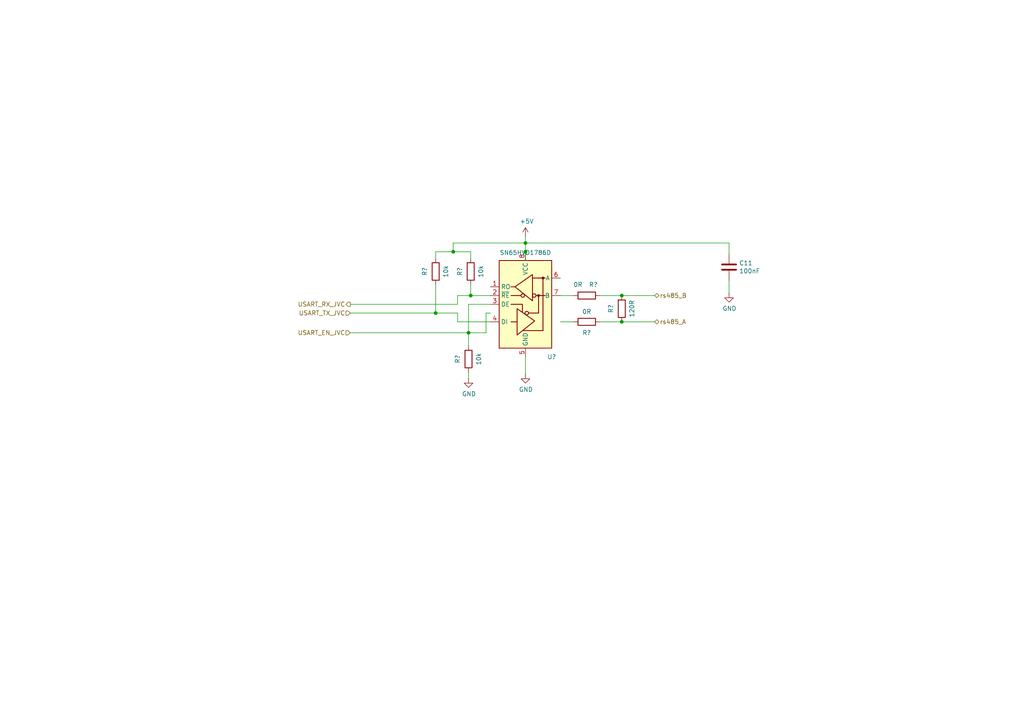
<source format=kicad_sch>
(kicad_sch (version 20250114) (generator "eeschema") (generator_version "9.0")
  (paper "A4")
  (title_block (title "Hido"))
  (lib_symbols
    (symbol "Device:C" (pin_numbers (hide yes)) (pin_names (offset 0.254))
      (property "Reference" "C" (at 0.635 2.54 0))
      (property "Value" "C" (at 0.635 -2.54 0))
      (symbol "C_0_1"
        (polyline (pts (xy -2.032 0.762) (xy 2.032 0.762)) (stroke (width 0.508)))
        (polyline (pts (xy -2.032 -0.762) (xy 2.032 -0.762)) (stroke (width 0.508)))
      )
      (symbol "C_1_1"
        (pin passive line (at 0 3.81 270) (length 2.794) (name "~") (number "1"))
        (pin passive line (at 0 -3.81 90) (length 2.794) (name "~") (number "2"))
      )
    )
    (symbol "Device:R" (pin_numbers (hide yes)) (pin_names (offset 0))
      (property "Reference" "R" (at 2.032 0 90))
      (property "Value" "R" (at 0 0 90))
      (symbol "R_0_1"
        (rectangle (start -1.016 -2.54) (end 1.016 2.54) (stroke (width 0.254)))
      )
      (symbol "R_1_1"
        (pin passive line (at 0 3.81 270) (length 1.27) (name "~") (number "1"))
        (pin passive line (at 0 -3.81 90) (length 1.27) (name "~") (number "2"))
      )
    )
    (symbol "Interface_UART:MAX481E"
      (property "Reference" "U" (at -6.985 13.97 0))
      (property "Value" "MAX481E" (at 1.905 13.97 0))
      (symbol "MAX481E_0_1"
        (rectangle (start -7.62 12.7) (end 7.62 -12.7) (stroke (width 0.254)) (fill (type background)))
        (polyline (pts (xy -4.191 2.54) (xy -1.27 2.54)) (stroke (width 0.254)))
        (polyline (pts (xy -4.191 0) (xy -0.889 0) (xy -0.889 -2.286)) (stroke (width 0.254)))
        (polyline (pts (xy -3.175 5.08) (xy -4.191 5.08) (xy -4.064 5.08)) (stroke (width 0.254)))
        (polyline (pts (xy -2.54 -5.08) (xy -4.191 -5.08)) (stroke (width 0.254)))
        (polyline (pts (xy -2.413 -5.08) (xy -2.413 -1.27) (xy 2.667 -4.826) (xy -2.413 -8.89) (xy -2.413 -5.08)) (stroke (width 0.254)))
        (polyline (pts (xy -0.635 -7.62) (xy 5.08 -7.62)) (stroke (width 0.254)))
        (circle (center 0.381 -2.54) (radius 0.508) (stroke (width 0.254)))
        (polyline (pts (xy 0.889 -2.54) (xy 3.81 -2.54)) (stroke (width 0.254)))
        (polyline (pts (xy 2.032 7.62) (xy 5.715 7.62)) (stroke (width 0.254)))
        (polyline (pts (xy 3.048 2.54) (xy 5.715 2.54)) (stroke (width 0.254)))
        (circle (center 3.81 2.54) (radius 0.2794) (stroke (width 0.254)) (fill (type outline)))
        (polyline (pts (xy 3.81 -2.54) (xy 3.81 2.54)) (stroke (width 0.254)))
        (polyline (pts (xy 5.08 -7.62) (xy 5.08 7.62)) (stroke (width 0.254)))
      )
      (symbol "MAX481E_1_1"
        (circle (center -0.762 2.54) (radius 0.508) (stroke (width 0.254)))
        (polyline (pts (xy 2.032 4.826) (xy 2.032 8.636) (xy -3.048 5.08) (xy 2.032 1.016) (xy 2.032 4.826)) (stroke (width 0.254)))
        (circle (center 2.54 2.54) (radius 0.508) (stroke (width 0.254)))
        (circle (center 5.08 7.62) (radius 0.2794) (stroke (width 0.254)) (fill (type outline)))
        (pin output line (at -10.16 5.08 0) (length 2.54) (name "RO") (number "1"))
        (pin input line (at -10.16 2.54 0) (length 2.54) (name "~{RE}") (number "2"))
        (pin input line (at -10.16 0 0) (length 2.54) (name "DE") (number "3"))
        (pin input line (at -10.16 -5.08 0) (length 2.54) (name "DI") (number "4"))
        (pin power_in line (at 0 15.24 270) (length 2.54) (name "VCC") (number "8"))
        (pin power_in line (at 0 -15.24 90) (length 2.54) (name "GND") (number "5"))
        (pin bidirectional line (at 10.16 7.62 180) (length 2.54) (name "A") (number "6"))
        (pin bidirectional line (at 10.16 2.54 180) (length 2.54) (name "B") (number "7"))
      )
    )
    (symbol "power:+5V" (power) (pin_numbers (hide yes)) (pin_names (offset 0) (hide yes))
      (property "Value" "+5V" (at 0 3.556 0))
      (symbol "+5V_0_1"
        (polyline (pts (xy -0.762 1.27) (xy 0 2.54)))
        (polyline (pts (xy 0 2.54) (xy 0.762 1.27)))
        (polyline (pts (xy 0 0) (xy 0 2.54)))
      )
      (symbol "+5V_1_1"
        (pin power_in line (at 0 0 90) (length 0) (name "~") (number "1"))
      )
    )
    (symbol "power:GND" (power) (pin_numbers (hide yes)) (pin_names (offset 0) (hide yes))
      (property "Value" "GND" (at 0 -3.81 0))
      (symbol "GND_0_1"
        (polyline (pts (xy 0 0) (xy 0 -1.27) (xy 1.27 -1.27) (xy 0 -2.54) (xy -1.27 -1.27) (xy 0 -1.27)))
      )
      (symbol "GND_1_1"
        (pin power_in line (at 0 0 270) (length 0) (name "~") (number "1"))
      )
    )
  )
  (junction (at 131.445 73.025))
  (junction (at 136.525 85.725))
  (junction (at 152.4 70.485))
  (junction (at 152.4 73.025))
  (junction (at 126.365 90.805))
  (junction (at 135.89 96.52))
  (junction (at 180.34 85.725))
  (junction (at 180.34 93.345))
  (wire (pts (xy 136.525 82.55) (xy 136.525 85.725)))
  (wire (pts (xy 132.715 85.725) (xy 132.715 88.265)))
  (wire (pts (xy 142.24 90.805) (xy 140.97 90.805)))
  (wire (pts (xy 126.365 82.55) (xy 126.365 90.805)))
  (wire (pts (xy 101.6 88.265) (xy 132.715 88.265)))
  (wire (pts (xy 152.4 70.485) (xy 152.4 73.025)))
  (wire (pts (xy 135.89 100.33) (xy 135.89 96.52)))
  (wire (pts (xy 166.37 85.725) (xy 162.56 85.725)))
  (wire (pts (xy 142.24 88.265) (xy 135.89 88.265)))
  (wire (pts (xy 142.24 93.345) (xy 132.715 93.345)))
  (wire (pts (xy 135.89 96.52) (xy 101.6 96.52)))
  (wire (pts (xy 101.6 90.805) (xy 126.365 90.805)))
  (wire (pts (xy 131.445 73.025) (xy 131.445 70.485)))
  (wire (pts (xy 136.525 85.725) (xy 132.715 85.725)))
  (wire (pts (xy 152.4 103.505) (xy 152.4 108.585)))
  (wire (pts (xy 180.34 93.345) (xy 189.865 93.345)))
  (wire (pts (xy 136.525 73.025) (xy 136.525 74.93)))
  (wire (pts (xy 126.365 74.93) (xy 126.365 73.025)))
  (wire (pts (xy 173.99 93.345) (xy 180.34 93.345)))
  (wire (pts (xy 140.97 90.805) (xy 140.97 96.52)))
  (wire (pts (xy 211.455 85.09) (xy 211.455 81.28)))
  (wire (pts (xy 173.99 85.725) (xy 180.34 85.725)))
  (wire (pts (xy 152.4 68.58) (xy 152.4 70.485)))
  (wire (pts (xy 180.34 85.725) (xy 189.865 85.725)))
  (wire (pts (xy 152.4 70.485) (xy 211.455 70.485)))
  (wire (pts (xy 211.455 70.485) (xy 211.455 73.66)))
  (wire (pts (xy 135.89 96.52) (xy 140.97 96.52)))
  (wire (pts (xy 131.445 70.485) (xy 152.4 70.485)))
  (wire (pts (xy 166.37 93.345) (xy 162.56 93.345)))
  (wire (pts (xy 135.89 107.95) (xy 135.89 109.855)))
  (wire (pts (xy 131.445 73.025) (xy 136.525 73.025)))
  (wire (pts (xy 126.365 73.025) (xy 131.445 73.025)))
  (wire (pts (xy 152.4 73.025) (xy 152.4 75.565)))
  (wire (pts (xy 132.715 90.805) (xy 126.365 90.805)))
  (wire (pts (xy 142.24 85.725) (xy 136.525 85.725)))
  (wire (pts (xy 132.715 93.345) (xy 132.715 90.805)))
  (wire (pts (xy 135.89 88.265) (xy 135.89 96.52)))
  (hierarchical_label "USART_RX_JVC" (shape output) (at 101.6 88.265 180))
  (hierarchical_label "USART_TX_JVC" (shape input) (at 101.6 90.805 180))
  (hierarchical_label "USART_EN_JVC" (shape input) (at 101.6 96.52 180))
  (hierarchical_label "rs485_B" (shape bidirectional) (at 189.865 85.725 0))
  (hierarchical_label "rs485_A" (shape bidirectional) (at 189.865 93.345 0))
  (symbol (lib_id "Device:C") (at 211.455 77.47 0) (unit 1)
    (property "Reference" "C11" (at 214.376 76.3016 0) (effects (justify left)))
    (property "Value" "100nF" (at 214.376 78.613 0) (effects (justify left)))
    (property "Footprint" "Capacitor_SMD:C_0603_1608Metric" (effects (hide yes)))
  )
  (symbol (lib_id "power:GND") (at 211.455 85.09 0) (unit 1)
    (property "Reference" "#PWR0132" (effects (hide yes)))
    (property "Value" "GND" (at 211.582 89.4842 0))
    (instances (project "" (path "" (reference "#PWR?") (unit 1)) (path "" (reference "#PWR0132") (unit 1))))
  )
  (symbol (lib_id "Device:R") (at 180.34 89.535 180) (unit 1)
    (property "Reference" "R45" (at 177.165 89.535 90))
    (property "Value" "120R" (at 183.2864 89.535 90))
    (property "Footprint" "Resistor_SMD:R_0805_2012Metric" (effects (hide yes)))
    (instances (project "" (path "" (reference "R?") (unit 1)) (path "" (reference "R45") (unit 1))))
  )
  (symbol (lib_id "Interface_UART:MAX481E") (at 152.4 88.265 0) (unit 1)
    (property "Reference" "U3" (at 160.02 103.505 0))
    (property "Value" "SN65HVD1786D" (at 152.4 73.279 0))
    (property "Footprint" "Package_SO:SOIC-8_3.9x4.9mm_P1.27mm" (effects (hide yes)))
    (property "Datasheet" "https://datasheets.maximintegrated.com/en/ds/MAX1487E-MAX491E.pdf" (effects (hide yes)))
    (instances (project "" (path "" (reference "U?") (unit 1)) (path "" (reference "U3") (unit 1))))
  )
  (symbol (lib_id "power:+5V") (at 152.4 68.58 0) (unit 1)
    (property "Reference" "#PWR0110" (effects (hide yes)))
    (property "Value" "+5V" (at 152.781 64.1858 0))
    (instances (project "" (path "" (reference "#PWR?") (unit 1)) (path "" (reference "#PWR0110") (unit 1))))
  )
  (symbol (lib_id "power:GND") (at 152.4 108.585 0) (unit 1)
    (property "Reference" "#PWR0111" (effects (hide yes)))
    (property "Value" "GND" (at 152.527 112.9792 0))
    (instances (project "" (path "" (reference "#PWR?") (unit 1)) (path "" (reference "#PWR0111") (unit 1))))
  )
  (symbol (lib_id "Device:R") (at 170.18 85.725 270) (unit 1)
    (property "Reference" "R43" (at 172.085 82.55 90))
    (property "Value" "0R" (at 167.64 82.55 90))
    (property "Footprint" "Resistor_SMD:R_0603_1608Metric" (effects (hide yes)))
    (instances (project "" (path "" (reference "R?") (unit 1)) (path "" (reference "R43") (unit 1))))
  )
  (symbol (lib_id "Device:R") (at 170.18 93.345 270) (unit 1)
    (property "Reference" "R44" (at 170.18 96.52 90))
    (property "Value" "0R" (at 170.18 90.3986 90))
    (property "Footprint" "Resistor_SMD:R_0603_1608Metric" (effects (hide yes)))
    (instances (project "" (path "" (reference "R?") (unit 1)) (path "" (reference "R44") (unit 1))))
  )
  (symbol (lib_id "Device:R") (at 135.89 104.14 180) (unit 1)
    (property "Reference" "R42" (at 132.715 104.14 90))
    (property "Value" "10k" (at 138.8364 104.14 90))
    (property "Footprint" "Resistor_SMD:R_0603_1608Metric" (effects (hide yes)))
    (instances (project "" (path "" (reference "R?") (unit 1)) (path "" (reference "R42") (unit 1))))
  )
  (symbol (lib_id "power:GND") (at 135.89 109.855 0) (unit 1)
    (property "Reference" "#PWR0112" (effects (hide yes)))
    (property "Value" "GND" (at 136.017 114.2492 0))
    (instances (project "" (path "" (reference "#PWR?") (unit 1)) (path "" (reference "#PWR0112") (unit 1))))
  )
  (symbol (lib_id "Device:R") (at 136.525 78.74 180) (unit 1)
    (property "Reference" "R38" (at 133.35 78.74 90))
    (property "Value" "10k" (at 139.4714 78.74 90))
    (property "Footprint" "Resistor_SMD:R_0603_1608Metric" (effects (hide yes)))
    (instances (project "" (path "" (reference "R?") (unit 1)) (path "" (reference "R38") (unit 1))))
  )
  (symbol (lib_id "Device:R") (at 126.365 78.74 180) (unit 1)
    (property "Reference" "R37" (at 123.19 78.74 90))
    (property "Value" "10k" (at 129.3114 78.74 90))
    (property "Footprint" "Resistor_SMD:R_0603_1608Metric" (effects (hide yes)))
    (instances (project "" (path "" (reference "R?") (unit 1)) (path "" (reference "R37") (unit 1))))
  )
)
</source>
